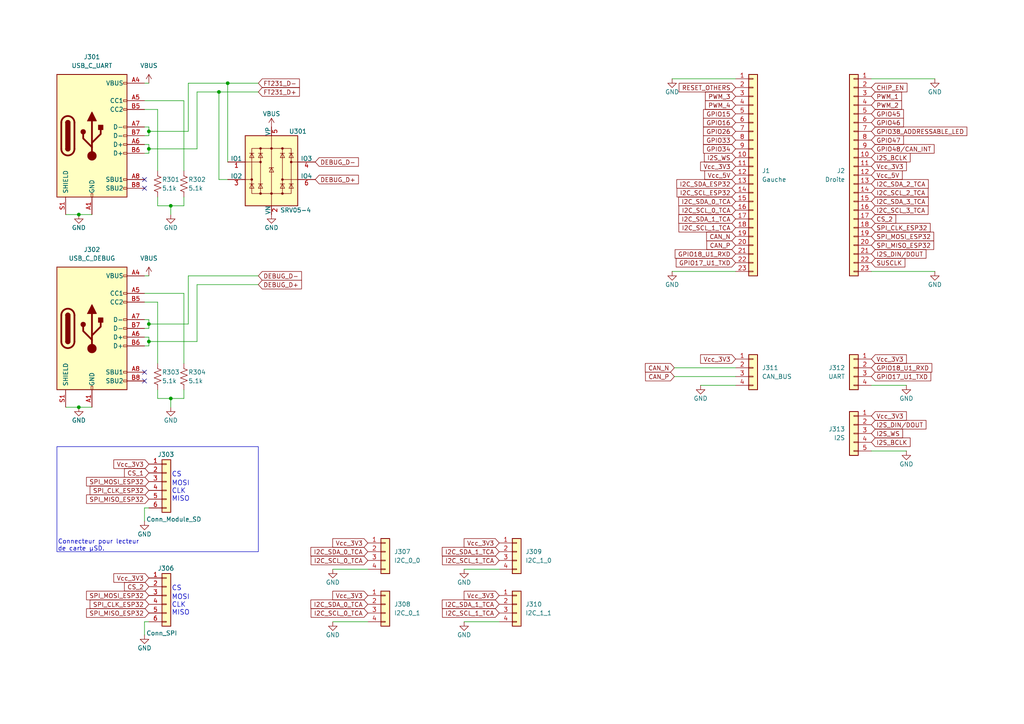
<source format=kicad_sch>
(kicad_sch (version 20231120) (generator "eeschema") (generator_version "8.0")
  (paper "A4")
  (lib_symbols
    (symbol "Connector:USB_C_Receptacle_USB2.0" (pin_names (offset 1.016))
      (property "Reference" "J" (at -10.16 19.05 0))
      (property "Value" "USB_C_Receptacle_USB2.0" (at 19.05 19.05 0))
      (symbol "USB_C_Receptacle_USB2.0_0_0"
        (rectangle (start -0.254 -17.78) (end 0.254 -16.764))
        (rectangle (start 10.16 -14.986) (end 9.144 -15.494))
        (rectangle (start 10.16 -12.446) (end 9.144 -12.954))
        (rectangle (start 10.16 -4.826) (end 9.144 -5.334))
        (rectangle (start 10.16 -2.286) (end 9.144 -2.794))
        (rectangle (start 10.16 0.254) (end 9.144 -0.254))
        (rectangle (start 10.16 2.794) (end 9.144 2.286))
        (rectangle (start 10.16 7.874) (end 9.144 7.366))
        (rectangle (start 10.16 10.414) (end 9.144 9.906))
        (rectangle (start 10.16 15.494) (end 9.144 14.986))
      )
      (symbol "USB_C_Receptacle_USB2.0_0_1"
        (rectangle (start -10.16 17.78) (end 10.16 -17.78) (stroke (width 0.254)) (fill (type background)))
        (arc (start -8.89 -3.81) (mid -6.985 -5.7067) (end -5.08 -3.81) (stroke (width 0.508)))
        (arc (start -7.62 -3.81) (mid -6.985 -4.4423) (end -6.35 -3.81) (stroke (width 0.254)))
        (arc (start -7.62 -3.81) (mid -6.985 -4.4423) (end -6.35 -3.81) (stroke (width 0.254)) (fill (type outline)))
        (rectangle (start -7.62 -3.81) (end -6.35 3.81) (stroke (width 0.254)) (fill (type outline)))
        (arc (start -6.35 3.81) (mid -6.985 4.4423) (end -7.62 3.81) (stroke (width 0.254)))
        (arc (start -6.35 3.81) (mid -6.985 4.4423) (end -7.62 3.81) (stroke (width 0.254)) (fill (type outline)))
        (arc (start -5.08 3.81) (mid -6.985 5.7067) (end -8.89 3.81) (stroke (width 0.508)))
        (circle (center -2.54 1.143) (radius 0.635) (stroke (width 0.254)) (fill (type outline)))
        (circle (center 0 -5.842) (radius 1.27) (fill (type outline)))
        (polyline (pts (xy -8.89 -3.81) (xy -8.89 3.81)) (stroke (width 0.508)))
        (polyline (pts (xy -5.08 3.81) (xy -5.08 -3.81)) (stroke (width 0.508)))
        (polyline (pts (xy 0 -5.842) (xy 0 4.318)) (stroke (width 0.508)))
        (polyline (pts (xy 0 -3.302) (xy -2.54 -0.762) (xy -2.54 0.508)) (stroke (width 0.508)))
        (polyline (pts (xy 0 -2.032) (xy 2.54 0.508) (xy 2.54 1.778)) (stroke (width 0.508)))
        (polyline (pts (xy -1.27 4.318) (xy 0 6.858) (xy 1.27 4.318) (xy -1.27 4.318)) (stroke (width 0.254)) (fill (type outline)))
        (rectangle (start 1.905 1.778) (end 3.175 3.048) (stroke (width 0.254)) (fill (type outline)))
      )
      (symbol "USB_C_Receptacle_USB2.0_1_1"
        (pin passive line (at 0 -22.86 90) (length 5.08) (name "GND") (number "A1"))
        (pin passive line (at 0 -22.86 90) (length 5.08) hide (name "GND") (number "A12"))
        (pin passive line (at 15.24 15.24 180) (length 5.08) (name "VBUS") (number "A4"))
        (pin bidirectional line (at 15.24 10.16 180) (length 5.08) (name "CC1") (number "A5"))
        (pin bidirectional line (at 15.24 -2.54 180) (length 5.08) (name "D+") (number "A6"))
        (pin bidirectional line (at 15.24 2.54 180) (length 5.08) (name "D-") (number "A7"))
        (pin bidirectional line (at 15.24 -12.7 180) (length 5.08) (name "SBU1") (number "A8"))
        (pin passive line (at 15.24 15.24 180) (length 5.08) hide (name "VBUS") (number "A9"))
        (pin passive line (at 0 -22.86 90) (length 5.08) hide (name "GND") (number "B1"))
        (pin passive line (at 0 -22.86 90) (length 5.08) hide (name "GND") (number "B12"))
        (pin passive line (at 15.24 15.24 180) (length 5.08) hide (name "VBUS") (number "B4"))
        (pin bidirectional line (at 15.24 7.62 180) (length 5.08) (name "CC2") (number "B5"))
        (pin bidirectional line (at 15.24 -5.08 180) (length 5.08) (name "D+") (number "B6"))
        (pin bidirectional line (at 15.24 0 180) (length 5.08) (name "D-") (number "B7"))
        (pin bidirectional line (at 15.24 -15.24 180) (length 5.08) (name "SBU2") (number "B8"))
        (pin passive line (at 15.24 15.24 180) (length 5.08) hide (name "VBUS") (number "B9"))
        (pin passive line (at -7.62 -22.86 90) (length 5.08) (name "SHIELD") (number "S1"))
      )
    )
    (symbol "Connector_Generic:Conn_01x04" (pin_names (offset 1.016) hide)
      (property "Reference" "J" (at 0 5.08 0))
      (property "Value" "Conn_01x04" (at 0 -7.62 0))
      (symbol "Conn_01x04_1_1"
        (rectangle (start -1.27 -4.953) (end 0 -5.207) (stroke (width 0.1524)))
        (rectangle (start -1.27 -2.413) (end 0 -2.667) (stroke (width 0.1524)))
        (rectangle (start -1.27 0.127) (end 0 -0.127) (stroke (width 0.1524)))
        (rectangle (start -1.27 2.667) (end 0 2.413) (stroke (width 0.1524)))
        (rectangle (start -1.27 3.81) (end 1.27 -6.35) (stroke (width 0.254)) (fill (type background)))
        (pin passive line (at -5.08 2.54 0) (length 3.81) (name "Pin_1") (number "1"))
        (pin passive line (at -5.08 0 0) (length 3.81) (name "Pin_2") (number "2"))
        (pin passive line (at -5.08 -2.54 0) (length 3.81) (name "Pin_3") (number "3"))
        (pin passive line (at -5.08 -5.08 0) (length 3.81) (name "Pin_4") (number "4"))
      )
    )
    (symbol "Connector_Generic:Conn_01x05" (pin_names (offset 1.016) hide)
      (property "Reference" "J" (at 0 7.62 0))
      (property "Value" "Conn_01x05" (at 0 -7.62 0))
      (symbol "Conn_01x05_1_1"
        (rectangle (start -1.27 -4.953) (end 0 -5.207) (stroke (width 0.1524)))
        (rectangle (start -1.27 -2.413) (end 0 -2.667) (stroke (width 0.1524)))
        (rectangle (start -1.27 0.127) (end 0 -0.127) (stroke (width 0.1524)))
        (rectangle (start -1.27 2.667) (end 0 2.413) (stroke (width 0.1524)))
        (rectangle (start -1.27 5.207) (end 0 4.953) (stroke (width 0.1524)))
        (rectangle (start -1.27 6.35) (end 1.27 -6.35) (stroke (width 0.254)) (fill (type background)))
        (pin passive line (at -5.08 5.08 0) (length 3.81) (name "Pin_1") (number "1"))
        (pin passive line (at -5.08 2.54 0) (length 3.81) (name "Pin_2") (number "2"))
        (pin passive line (at -5.08 0 0) (length 3.81) (name "Pin_3") (number "3"))
        (pin passive line (at -5.08 -2.54 0) (length 3.81) (name "Pin_4") (number "4"))
        (pin passive line (at -5.08 -5.08 0) (length 3.81) (name "Pin_5") (number "5"))
      )
    )
    (symbol "Connector_Generic:Conn_01x06" (pin_names (offset 1.016) hide)
      (property "Reference" "J" (at 0 7.62 0))
      (property "Value" "Conn_01x06" (at 0 -10.16 0))
      (symbol "Conn_01x06_1_1"
        (rectangle (start -1.27 -7.493) (end 0 -7.747) (stroke (width 0.1524)))
        (rectangle (start -1.27 -4.953) (end 0 -5.207) (stroke (width 0.1524)))
        (rectangle (start -1.27 -2.413) (end 0 -2.667) (stroke (width 0.1524)))
        (rectangle (start -1.27 0.127) (end 0 -0.127) (stroke (width 0.1524)))
        (rectangle (start -1.27 2.667) (end 0 2.413) (stroke (width 0.1524)))
        (rectangle (start -1.27 5.207) (end 0 4.953) (stroke (width 0.1524)))
        (rectangle (start -1.27 6.35) (end 1.27 -8.89) (stroke (width 0.254)) (fill (type background)))
        (pin passive line (at -5.08 5.08 0) (length 3.81) (name "Pin_1") (number "1"))
        (pin passive line (at -5.08 2.54 0) (length 3.81) (name "Pin_2") (number "2"))
        (pin passive line (at -5.08 0 0) (length 3.81) (name "Pin_3") (number "3"))
        (pin passive line (at -5.08 -2.54 0) (length 3.81) (name "Pin_4") (number "4"))
        (pin passive line (at -5.08 -5.08 0) (length 3.81) (name "Pin_5") (number "5"))
        (pin passive line (at -5.08 -7.62 0) (length 3.81) (name "Pin_6") (number "6"))
      )
    )
    (symbol "Connector_Generic:Conn_01x23" (pin_names (offset 1.016) hide)
      (property "Reference" "J" (at 0 30.48 0))
      (property "Value" "Conn_01x23" (at 0 -30.48 0))
      (symbol "Conn_01x23_1_1"
        (rectangle (start -1.27 -27.813) (end 0 -28.067) (stroke (width 0.1524)))
        (rectangle (start -1.27 -25.273) (end 0 -25.527) (stroke (width 0.1524)))
        (rectangle (start -1.27 -22.733) (end 0 -22.987) (stroke (width 0.1524)))
        (rectangle (start -1.27 -20.193) (end 0 -20.447) (stroke (width 0.1524)))
        (rectangle (start -1.27 -17.653) (end 0 -17.907) (stroke (width 0.1524)))
        (rectangle (start -1.27 -15.113) (end 0 -15.367) (stroke (width 0.1524)))
        (rectangle (start -1.27 -12.573) (end 0 -12.827) (stroke (width 0.1524)))
        (rectangle (start -1.27 -10.033) (end 0 -10.287) (stroke (width 0.1524)))
        (rectangle (start -1.27 -7.493) (end 0 -7.747) (stroke (width 0.1524)))
        (rectangle (start -1.27 -4.953) (end 0 -5.207) (stroke (width 0.1524)))
        (rectangle (start -1.27 -2.413) (end 0 -2.667) (stroke (width 0.1524)))
        (rectangle (start -1.27 0.127) (end 0 -0.127) (stroke (width 0.1524)))
        (rectangle (start -1.27 2.667) (end 0 2.413) (stroke (width 0.1524)))
        (rectangle (start -1.27 5.207) (end 0 4.953) (stroke (width 0.1524)))
        (rectangle (start -1.27 7.747) (end 0 7.493) (stroke (width 0.1524)))
        (rectangle (start -1.27 10.287) (end 0 10.033) (stroke (width 0.1524)))
        (rectangle (start -1.27 12.827) (end 0 12.573) (stroke (width 0.1524)))
        (rectangle (start -1.27 15.367) (end 0 15.113) (stroke (width 0.1524)))
        (rectangle (start -1.27 17.907) (end 0 17.653) (stroke (width 0.1524)))
        (rectangle (start -1.27 20.447) (end 0 20.193) (stroke (width 0.1524)))
        (rectangle (start -1.27 22.987) (end 0 22.733) (stroke (width 0.1524)))
        (rectangle (start -1.27 25.527) (end 0 25.273) (stroke (width 0.1524)))
        (rectangle (start -1.27 28.067) (end 0 27.813) (stroke (width 0.1524)))
        (rectangle (start -1.27 29.21) (end 1.27 -29.21) (stroke (width 0.254)) (fill (type background)))
        (pin passive line (at -5.08 27.94 0) (length 3.81) (name "Pin_1") (number "1"))
        (pin passive line (at -5.08 5.08 0) (length 3.81) (name "Pin_10") (number "10"))
        (pin passive line (at -5.08 2.54 0) (length 3.81) (name "Pin_11") (number "11"))
        (pin passive line (at -5.08 0 0) (length 3.81) (name "Pin_12") (number "12"))
        (pin passive line (at -5.08 -2.54 0) (length 3.81) (name "Pin_13") (number "13"))
        (pin passive line (at -5.08 -5.08 0) (length 3.81) (name "Pin_14") (number "14"))
        (pin passive line (at -5.08 -7.62 0) (length 3.81) (name "Pin_15") (number "15"))
        (pin passive line (at -5.08 -10.16 0) (length 3.81) (name "Pin_16") (number "16"))
        (pin passive line (at -5.08 -12.7 0) (length 3.81) (name "Pin_17") (number "17"))
        (pin passive line (at -5.08 -15.24 0) (length 3.81) (name "Pin_18") (number "18"))
        (pin passive line (at -5.08 -17.78 0) (length 3.81) (name "Pin_19") (number "19"))
        (pin passive line (at -5.08 25.4 0) (length 3.81) (name "Pin_2") (number "2"))
        (pin passive line (at -5.08 -20.32 0) (length 3.81) (name "Pin_20") (number "20"))
        (pin passive line (at -5.08 -22.86 0) (length 3.81) (name "Pin_21") (number "21"))
        (pin passive line (at -5.08 -25.4 0) (length 3.81) (name "Pin_22") (number "22"))
        (pin passive line (at -5.08 -27.94 0) (length 3.81) (name "Pin_23") (number "23"))
        (pin passive line (at -5.08 22.86 0) (length 3.81) (name "Pin_3") (number "3"))
        (pin passive line (at -5.08 20.32 0) (length 3.81) (name "Pin_4") (number "4"))
        (pin passive line (at -5.08 17.78 0) (length 3.81) (name "Pin_5") (number "5"))
        (pin passive line (at -5.08 15.24 0) (length 3.81) (name "Pin_6") (number "6"))
        (pin passive line (at -5.08 12.7 0) (length 3.81) (name "Pin_7") (number "7"))
        (pin passive line (at -5.08 10.16 0) (length 3.81) (name "Pin_8") (number "8"))
        (pin passive line (at -5.08 7.62 0) (length 3.81) (name "Pin_9") (number "9"))
      )
    )
    (symbol "Device:R_US" (pin_numbers hide) (pin_names (offset 0))
      (property "Reference" "R" (at 2.54 0 90))
      (property "Value" "R_US" (at -2.54 0 90))
      (symbol "R_US_0_1"
        (polyline (pts (xy 0 -2.286) (xy 0 -2.54)))
        (polyline (pts (xy 0 2.286) (xy 0 2.54)))
        (polyline (pts (xy 0 -0.762) (xy 1.016 -1.143) (xy 0 -1.524) (xy -1.016 -1.905) (xy 0 -2.286)))
        (polyline (pts (xy 0 0.762) (xy 1.016 0.381) (xy 0 0) (xy -1.016 -0.381) (xy 0 -0.762)))
        (polyline (pts (xy 0 2.286) (xy 1.016 1.905) (xy 0 1.524) (xy -1.016 1.143) (xy 0 0.762)))
      )
      (symbol "R_US_1_1"
        (pin passive line (at 0 3.81 270) (length 1.27) (name "~") (number "1"))
        (pin passive line (at 0 -3.81 90) (length 1.27) (name "~") (number "2"))
      )
    )
    (symbol "GND_1" (power) (pin_numbers hide) (pin_names (offset 0) hide)
      (property "Value" "GND" (at 0 -3.81 0))
      (symbol "GND_1_0_1"
        (polyline (pts (xy 0 0) (xy 0 -1.27) (xy 1.27 -1.27) (xy 0 -2.54) (xy -1.27 -1.27) (xy 0 -1.27)))
      )
      (symbol "GND_1_1_1"
        (pin power_in line (at 0 0 270) (length 0) (name "~") (number "1"))
      )
    )
    (symbol "Power_Protection:SRV05-4" (pin_names (offset 0))
      (property "Reference" "U" (at -5.08 11.43 0))
      (property "Value" "SRV05-4" (at 2.54 11.43 0))
      (symbol "SRV05-4_0_0"
        (rectangle (start -5.715 6.477) (end 5.715 -6.604))
        (polyline (pts (xy -3.175 -6.604) (xy -3.175 6.477)))
        (polyline (pts (xy 3.175 6.477) (xy 3.175 -6.604)))
      )
      (symbol "SRV05-4_0_1"
        (rectangle (start -7.62 10.16) (end 7.62 -10.16) (stroke (width 0.254)) (fill (type background)))
        (circle (center -5.715 -2.54) (radius 0.2794) (fill (type outline)))
        (circle (center -3.175 -6.604) (radius 0.2794) (fill (type outline)))
        (circle (center -3.175 2.54) (radius 0.2794) (fill (type outline)))
        (circle (center -3.175 6.477) (radius 0.2794) (fill (type outline)))
        (circle (center 0 -6.604) (radius 0.2794) (fill (type outline)))
        (polyline (pts (xy -7.747 2.54) (xy -3.175 2.54)))
        (polyline (pts (xy -7.62 -2.54) (xy -5.715 -2.54)))
        (polyline (pts (xy -5.08 -3.81) (xy -6.35 -3.81)))
        (polyline (pts (xy -5.08 5.08) (xy -6.35 5.08)))
        (polyline (pts (xy -2.54 -3.81) (xy -3.81 -3.81)))
        (polyline (pts (xy -2.54 5.08) (xy -3.81 5.08)))
        (polyline (pts (xy 0 10.16) (xy 0 -10.16)))
        (polyline (pts (xy 3.81 -3.81) (xy 2.54 -3.81)))
        (polyline (pts (xy 3.81 5.08) (xy 2.54 5.08)))
        (polyline (pts (xy 6.35 -3.81) (xy 5.08 -3.81)))
        (polyline (pts (xy 6.35 5.08) (xy 5.08 5.08)))
        (polyline (pts (xy 7.62 -2.54) (xy 3.175 -2.54)))
        (polyline (pts (xy 7.62 2.54) (xy 5.715 2.54)))
        (polyline (pts (xy 0.635 0.889) (xy -0.635 0.889) (xy -0.635 0.635)))
        (polyline (pts (xy -5.08 -5.08) (xy -6.35 -5.08) (xy -5.715 -3.81) (xy -5.08 -5.08)))
        (polyline (pts (xy -5.08 3.81) (xy -6.35 3.81) (xy -5.715 5.08) (xy -5.08 3.81)))
        (polyline (pts (xy -2.54 -5.08) (xy -3.81 -5.08) (xy -3.175 -3.81) (xy -2.54 -5.08)))
        (polyline (pts (xy -2.54 3.81) (xy -3.81 3.81) (xy -3.175 5.08) (xy -2.54 3.81)))
        (polyline (pts (xy 0.635 -0.381) (xy -0.635 -0.381) (xy 0 0.889) (xy 0.635 -0.381)))
        (polyline (pts (xy 3.81 -5.08) (xy 2.54 -5.08) (xy 3.175 -3.81) (xy 3.81 -5.08)))
        (polyline (pts (xy 3.81 3.81) (xy 2.54 3.81) (xy 3.175 5.08) (xy 3.81 3.81)))
        (polyline (pts (xy 6.35 -5.08) (xy 5.08 -5.08) (xy 5.715 -3.81) (xy 6.35 -5.08)))
        (polyline (pts (xy 6.35 3.81) (xy 5.08 3.81) (xy 5.715 5.08) (xy 6.35 3.81)))
        (circle (center 0 6.477) (radius 0.2794) (fill (type outline)))
        (circle (center 3.175 -6.604) (radius 0.2794) (fill (type outline)))
        (circle (center 3.175 -2.54) (radius 0.2794) (fill (type outline)))
        (circle (center 3.175 6.477) (radius 0.2794) (fill (type outline)))
        (circle (center 5.715 2.54) (radius 0.2794) (fill (type outline)))
      )
      (symbol "SRV05-4_1_1"
        (pin passive line (at -12.7 2.54 0) (length 5.08) (name "IO1") (number "1"))
        (pin passive line (at 0 -12.7 90) (length 2.54) (name "VN") (number "2"))
        (pin passive line (at -12.7 -2.54 0) (length 5.08) (name "IO2") (number "3"))
        (pin passive line (at 12.7 2.54 180) (length 5.08) (name "IO3") (number "4"))
        (pin passive line (at 0 12.7 270) (length 2.54) (name "VP") (number "5"))
        (pin passive line (at 12.7 -2.54 180) (length 5.08) (name "IO4") (number "6"))
      )
    )
    (symbol "power:GND" (power) (pin_names (offset 0))
      (property "Value" "GND" (at 0 -3.81 0))
      (symbol "GND_0_1"
        (polyline (pts (xy 0 0) (xy 0 -1.27) (xy 1.27 -1.27) (xy 0 -2.54) (xy -1.27 -1.27) (xy 0 -1.27)))
      )
      (symbol "GND_1_1"
        (pin power_in line (at 0 0 270) (length 0) hide (name "GND") (number "1"))
      )
    )
    (symbol "power:VBUS" (power) (pin_names (offset 0))
      (property "Value" "VBUS" (at 0 3.81 0))
      (symbol "VBUS_0_1"
        (polyline (pts (xy -0.762 1.27) (xy 0 2.54)))
        (polyline (pts (xy 0 0) (xy 0 2.54)))
        (polyline (pts (xy 0 2.54) (xy 0.762 1.27)))
      )
      (symbol "VBUS_1_1"
        (pin power_in line (at 0 0 90) (length 0) hide (name "VBUS") (number "1"))
      )
    )
  )
  (junction (at 43.18 38.1))
  (junction (at 49.53 59.69))
  (junction (at 43.18 43.18))
  (junction (at 43.18 93.98))
  (junction (at 22.86 118.11))
  (junction (at 66.04 24.13))
  (junction (at 49.53 115.57))
  (junction (at 22.86 62.23))
  (junction (at 43.18 99.06))
  (junction (at 63.5 26.67))
  (no_connect (at 41.91 52.07))
  (no_connect (at 41.91 54.61))
  (no_connect (at 41.91 107.95))
  (no_connect (at 41.91 110.49))
  (wire (pts (xy 41.91 85.09) (xy 53.34 85.09)))
  (wire (pts (xy 134.62 180.34) (xy 144.78 180.34)))
  (wire (pts (xy 41.91 97.79) (xy 43.18 97.79)))
  (wire (pts (xy 203.2 111.76) (xy 213.36 111.76)))
  (wire (pts (xy 54.61 24.13) (xy 66.04 24.13)))
  (wire (pts (xy 41.91 100.33) (xy 43.18 100.33)))
  (wire (pts (xy 252.73 78.74) (xy 271.145 78.74)))
  (wire (pts (xy 43.18 93.98) (xy 54.61 93.98)))
  (wire (pts (xy 41.91 31.75) (xy 45.72 31.75)))
  (wire (pts (xy 41.91 87.63) (xy 45.72 87.63)))
  (wire (pts (xy 53.34 115.57) (xy 49.53 115.57)))
  (wire (pts (xy 194.945 78.74) (xy 213.36 78.74)))
  (wire (pts (xy 66.04 24.13) (xy 74.93 24.13)))
  (wire (pts (xy 57.15 43.18) (xy 57.15 26.67)))
  (wire (pts (xy 43.18 99.06) (xy 43.18 100.33)))
  (wire (pts (xy 43.18 93.98) (xy 43.18 95.25)))
  (wire (pts (xy 43.18 38.1) (xy 43.18 39.37)))
  (wire (pts (xy 45.72 59.69) (xy 49.53 59.69)))
  (wire (pts (xy 53.34 57.15) (xy 53.34 59.69)))
  (wire (pts (xy 66.04 52.07) (xy 63.5 52.07)))
  (wire (pts (xy 53.34 59.69) (xy 49.53 59.69)))
  (wire (pts (xy 43.18 180.34) (xy 41.91 180.34)))
  (wire (pts (xy 41.91 95.25) (xy 43.18 95.25)))
  (wire (pts (xy 262.89 130.81) (xy 252.73 130.81)))
  (wire (pts (xy 45.72 87.63) (xy 45.72 105.41)))
  (wire (pts (xy 45.72 113.03) (xy 45.72 115.57)))
  (wire (pts (xy 54.61 93.98) (xy 54.61 80.01)))
  (wire (pts (xy 195.58 109.22) (xy 213.36 109.22)))
  (wire (pts (xy 262.89 111.76) (xy 252.73 111.76)))
  (wire (pts (xy 43.18 43.18) (xy 57.15 43.18)))
  (wire (pts (xy 22.86 62.23) (xy 26.67 62.23)))
  (wire (pts (xy 22.86 62.23) (xy 19.05 62.23)))
  (wire (pts (xy 43.18 97.79) (xy 43.18 99.06)))
  (wire (pts (xy 22.86 118.11) (xy 19.05 118.11)))
  (wire (pts (xy 53.34 29.21) (xy 53.34 49.53)))
  (wire (pts (xy 49.53 115.57) (xy 49.53 118.11)))
  (wire (pts (xy 41.91 80.01) (xy 43.18 80.01)))
  (wire (pts (xy 54.61 80.01) (xy 74.93 80.01)))
  (wire (pts (xy 43.18 36.83) (xy 43.18 38.1)))
  (wire (pts (xy 41.91 44.45) (xy 43.18 44.45)))
  (wire (pts (xy 213.36 22.86) (xy 194.945 22.86)))
  (wire (pts (xy 43.18 41.91) (xy 43.18 43.18)))
  (wire (pts (xy 41.91 29.21) (xy 53.34 29.21)))
  (wire (pts (xy 96.52 180.34) (xy 106.68 180.34)))
  (wire (pts (xy 43.18 99.06) (xy 57.15 99.06)))
  (wire (pts (xy 41.91 92.71) (xy 43.18 92.71)))
  (wire (pts (xy 57.15 26.67) (xy 63.5 26.67)))
  (wire (pts (xy 43.18 147.32) (xy 41.91 147.32)))
  (wire (pts (xy 57.15 99.06) (xy 57.15 82.55)))
  (wire (pts (xy 96.52 165.1) (xy 106.68 165.1)))
  (wire (pts (xy 54.61 38.1) (xy 54.61 24.13)))
  (wire (pts (xy 45.72 115.57) (xy 49.53 115.57)))
  (wire (pts (xy 22.86 118.11) (xy 26.67 118.11)))
  (wire (pts (xy 45.72 31.75) (xy 45.72 49.53)))
  (wire (pts (xy 41.91 180.34) (xy 41.91 184.15)))
  (wire (pts (xy 195.58 106.68) (xy 213.36 106.68)))
  (wire (pts (xy 45.72 57.15) (xy 45.72 59.69)))
  (wire (pts (xy 41.91 24.13) (xy 43.18 24.13)))
  (wire (pts (xy 43.18 43.18) (xy 43.18 44.45)))
  (wire (pts (xy 41.91 39.37) (xy 43.18 39.37)))
  (wire (pts (xy 41.91 41.91) (xy 43.18 41.91)))
  (wire (pts (xy 63.5 26.67) (xy 74.93 26.67)))
  (wire (pts (xy 252.73 22.86) (xy 271.145 22.86)))
  (wire (pts (xy 66.04 46.99) (xy 66.04 24.13)))
  (wire (pts (xy 41.91 36.83) (xy 43.18 36.83)))
  (wire (pts (xy 134.62 165.1) (xy 144.78 165.1)))
  (wire (pts (xy 41.91 147.32) (xy 41.91 151.13)))
  (wire (pts (xy 57.15 82.55) (xy 74.93 82.55)))
  (wire (pts (xy 43.18 38.1) (xy 54.61 38.1)))
  (wire (pts (xy 63.5 52.07) (xy 63.5 26.67)))
  (wire (pts (xy 53.34 85.09) (xy 53.34 105.41)))
  (wire (pts (xy 53.34 113.03) (xy 53.34 115.57)))
  (wire (pts (xy 49.53 59.69) (xy 49.53 62.23)))
  (wire (pts (xy 43.18 92.71) (xy 43.18 93.98)))
  (rectangle (start 16.51 129.54) (end 74.93 160.02))
  (text "CS" (at 49.784 137.668 0) (effects (font (size 1.4 1.4)) (justify left)))
  (text "CS" (at 49.784 170.688 0) (effects (font (size 1.4 1.4)) (justify left)))
  (text "Connecteur pour lecteur\nde carte µSD." (at 16.764 158.242 0) (effects (font (size 1.27 1.27)) (justify left)))
  (text "MOSI\nCLK\nMISO" (at 49.784 142.494 0) (effects (font (size 1.4 1.4)) (justify left)))
  (text "MOSI\nCLK\nMISO" (at 49.784 175.514 0) (effects (font (size 1.4 1.4)) (justify left)))
  (global_label "I2C_SCL_3_TCA" (shape input) (at 252.73 60.96 0) (property "Intersheetrefs" "${INTERSHEET_REFS}" (effects (hide yes))))
  (global_label "CAN_N" (shape input) (at 213.36 68.58 180) (property "Intersheetrefs" "${INTERSHEET_REFS}" (effects (hide yes))))
  (global_label "I2S_WS" (shape input) (at 252.73 125.73 0) (property "Intersheetrefs" "${INTERSHEET_REFS}" (effects (hide yes))))
  (global_label "I2C_SCL_0_TCA" (shape input) (at 106.68 177.8 180) (property "Intersheetrefs" "${INTERSHEET_REFS}" (effects (hide yes))))
  (global_label "Vcc_3V3" (shape input) (at 144.78 172.72 180) (property "Intersheetrefs" "${INTERSHEET_REFS}" (effects (hide yes))))
  (global_label "PWM_2" (shape input) (at 252.73 30.48 0) (property "Intersheetrefs" "${INTERSHEET_REFS}" (effects (hide yes))))
  (global_label "GPIO38_ADDRESSABLE_LED" (shape input) (at 252.73 38.1 0) (property "Intersheetrefs" "${INTERSHEET_REFS}" (effects (hide yes))))
  (global_label "I2S_BCLK" (shape input) (at 252.73 128.27 0) (property "Intersheetrefs" "${INTERSHEET_REFS}" (effects (hide yes))))
  (global_label "Vcc_3V3" (shape input) (at 43.18 167.64 180) (property "Intersheetrefs" "${INTERSHEET_REFS}" (effects (hide yes))))
  (global_label "I2S_DIN{slash}DOUT" (shape input) (at 252.73 73.66 0) (property "Intersheetrefs" "${INTERSHEET_REFS}" (effects (hide yes))))
  (global_label "Vcc_3V3" (shape input) (at 106.68 157.48 180) (property "Intersheetrefs" "${INTERSHEET_REFS}" (effects (hide yes))))
  (global_label "Vcc_5V" (shape input) (at 252.73 50.8 0) (property "Intersheetrefs" "${INTERSHEET_REFS}" (effects (hide yes))))
  (global_label "I2C_SDA_1_TCA" (shape input) (at 213.36 63.5 180) (property "Intersheetrefs" "${INTERSHEET_REFS}" (effects (hide yes))))
  (global_label "GPIO47" (shape input) (at 252.73 40.64 0) (property "Intersheetrefs" "${INTERSHEET_REFS}" (effects (hide yes))))
  (global_label "PWM_1" (shape input) (at 252.73 27.94 0) (property "Intersheetrefs" "${INTERSHEET_REFS}" (effects (hide yes))))
  (global_label "Vcc_3V3" (shape input) (at 106.68 172.72 180) (property "Intersheetrefs" "${INTERSHEET_REFS}" (effects (hide yes))))
  (global_label "I2C_SDA_0_TCA" (shape input) (at 213.36 58.42 180) (property "Intersheetrefs" "${INTERSHEET_REFS}" (effects (hide yes))))
  (global_label "Vcc_3V3" (shape input) (at 252.73 104.14 0) (property "Intersheetrefs" "${INTERSHEET_REFS}" (effects (hide yes))))
  (global_label "CS_2" (shape input) (at 252.73 63.5 0) (property "Intersheetrefs" "${INTERSHEET_REFS}" (effects (hide yes))))
  (global_label "SPI_MISO_ESP32" (shape input) (at 43.18 144.78 180) (property "Intersheetrefs" "${INTERSHEET_REFS}" (effects (hide yes))))
  (global_label "I2C_SCL_ESP32" (shape input) (at 213.36 55.88 180) (property "Intersheetrefs" "${INTERSHEET_REFS}" (effects (hide yes))))
  (global_label "Vcc_3V3" (shape input) (at 144.78 157.48 180) (property "Intersheetrefs" "${INTERSHEET_REFS}" (effects (hide yes))))
  (global_label "FT231_D+" (shape input) (at 74.93 26.67 0) (property "Intersheetrefs" "${INTERSHEET_REFS}" (effects (hide yes))))
  (global_label "I2C_SDA_0_TCA" (shape input) (at 106.68 175.26 180) (property "Intersheetrefs" "${INTERSHEET_REFS}" (effects (hide yes))))
  (global_label "SPI_CLK_ESP32" (shape input) (at 252.73 66.04 0) (property "Intersheetrefs" "${INTERSHEET_REFS}" (effects (hide yes))))
  (global_label "CS_1" (shape input) (at 43.18 137.16 180) (property "Intersheetrefs" "${INTERSHEET_REFS}" (effects (hide yes))))
  (global_label "I2C_SDA_ESP32" (shape input) (at 213.36 53.34 180) (property "Intersheetrefs" "${INTERSHEET_REFS}" (effects (hide yes))))
  (global_label "DEBUG_D-" (shape input) (at 91.44 46.99 0) (property "Intersheetrefs" "${INTERSHEET_REFS}" (effects (hide yes))))
  (global_label "I2C_SDA_2_TCA" (shape input) (at 252.73 53.34 0) (property "Intersheetrefs" "${INTERSHEET_REFS}" (effects (hide yes))))
  (global_label "I2C_SDA_1_TCA" (shape input) (at 144.78 175.26 180) (property "Intersheetrefs" "${INTERSHEET_REFS}" (effects (hide yes))))
  (global_label "FT231_D-" (shape input) (at 74.93 24.13 0) (property "Intersheetrefs" "${INTERSHEET_REFS}" (effects (hide yes))))
  (global_label "GPIO46" (shape input) (at 252.73 35.56 0) (property "Intersheetrefs" "${INTERSHEET_REFS}" (effects (hide yes))))
  (global_label "SPI_MOSI_ESP32" (shape input) (at 43.18 139.7 180) (property "Intersheetrefs" "${INTERSHEET_REFS}" (effects (hide yes))))
  (global_label "I2C_SDA_0_TCA" (shape input) (at 106.68 160.02 180) (property "Intersheetrefs" "${INTERSHEET_REFS}" (effects (hide yes))))
  (global_label "I2C_SCL_1_TCA" (shape input) (at 144.78 162.56 180) (property "Intersheetrefs" "${INTERSHEET_REFS}" (effects (hide yes))))
  (global_label "SUSCLK" (shape input) (at 252.73 76.2 0) (property "Intersheetrefs" "${INTERSHEET_REFS}" (effects (hide yes))))
  (global_label "SPI_CLK_ESP32" (shape input) (at 43.18 142.24 180) (property "Intersheetrefs" "${INTERSHEET_REFS}" (effects (hide yes))))
  (global_label "CAN_P" (shape input) (at 195.58 109.22 180) (property "Intersheetrefs" "${INTERSHEET_REFS}" (effects (hide yes))))
  (global_label "SPI_MOSI_ESP32" (shape input) (at 252.73 68.58 0) (property "Intersheetrefs" "${INTERSHEET_REFS}" (effects (hide yes))))
  (global_label "GPIO34" (shape input) (at 213.36 43.18 180) (property "Intersheetrefs" "${INTERSHEET_REFS}" (effects (hide yes))))
  (global_label "GPIO18_U1_RXD" (shape input) (at 252.73 106.68 0) (property "Intersheetrefs" "${INTERSHEET_REFS}" (effects (hide yes))))
  (global_label "I2C_SCL_0_TCA" (shape input) (at 213.36 60.96 180) (property "Intersheetrefs" "${INTERSHEET_REFS}" (effects (hide yes))))
  (global_label "GPIO48{slash}CAN_INT" (shape input) (at 252.73 43.18 0) (property "Intersheetrefs" "${INTERSHEET_REFS}" (effects (hide yes))))
  (global_label "I2C_SCL_1_TCA" (shape input) (at 213.36 66.04 180) (property "Intersheetrefs" "${INTERSHEET_REFS}" (effects (hide yes))))
  (global_label "Vcc_3V3" (shape input) (at 252.73 48.26 0) (property "Intersheetrefs" "${INTERSHEET_REFS}" (effects (hide yes))))
  (global_label "SPI_MISO_ESP32" (shape input) (at 43.18 177.8 180) (property "Intersheetrefs" "${INTERSHEET_REFS}" (effects (hide yes))))
  (global_label "CHIP_EN" (shape input) (at 252.73 25.4 0) (property "Intersheetrefs" "${INTERSHEET_REFS}" (effects (hide yes))))
  (global_label "GPIO26" (shape input) (at 213.36 38.1 180) (property "Intersheetrefs" "${INTERSHEET_REFS}" (effects (hide yes))))
  (global_label "DEBUG_D-" (shape input) (at 74.93 80.01 0) (property "Intersheetrefs" "${INTERSHEET_REFS}" (effects (hide yes))))
  (global_label "I2C_SCL_2_TCA" (shape input) (at 252.73 55.88 0) (property "Intersheetrefs" "${INTERSHEET_REFS}" (effects (hide yes))))
  (global_label "SPI_MOSI_ESP32" (shape input) (at 43.18 172.72 180) (property "Intersheetrefs" "${INTERSHEET_REFS}" (effects (hide yes))))
  (global_label "I2S_DIN{slash}DOUT" (shape input) (at 252.73 123.19 0) (property "Intersheetrefs" "${INTERSHEET_REFS}" (effects (hide yes))))
  (global_label "GPIO33" (shape input) (at 213.36 40.64 180) (property "Intersheetrefs" "${INTERSHEET_REFS}" (effects (hide yes))))
  (global_label "GPIO17_U1_TXD" (shape input) (at 213.36 76.2 180) (property "Intersheetrefs" "${INTERSHEET_REFS}" (effects (hide yes))))
  (global_label "Vcc_3V3" (shape input) (at 252.73 120.65 0) (property "Intersheetrefs" "${INTERSHEET_REFS}" (effects (hide yes))))
  (global_label "GPIO18_U1_RXD" (shape input) (at 213.36 73.66 180) (property "Intersheetrefs" "${INTERSHEET_REFS}" (effects (hide yes))))
  (global_label "SPI_MISO_ESP32" (shape input) (at 252.73 71.12 0) (property "Intersheetrefs" "${INTERSHEET_REFS}" (effects (hide yes))))
  (global_label "DEBUG_D+" (shape input) (at 91.44 52.07 0) (property "Intersheetrefs" "${INTERSHEET_REFS}" (effects (hide yes))))
  (global_label "SPI_CLK_ESP32" (shape input) (at 43.18 175.26 180) (property "Intersheetrefs" "${INTERSHEET_REFS}" (effects (hide yes))))
  (global_label "I2S_WS" (shape input) (at 213.36 45.72 180) (property "Intersheetrefs" "${INTERSHEET_REFS}" (effects (hide yes))))
  (global_label "Vcc_3V3" (shape input) (at 43.18 134.62 180) (property "Intersheetrefs" "${INTERSHEET_REFS}" (effects (hide yes))))
  (global_label "RESET_OTHERS" (shape input) (at 213.36 25.4 180) (property "Intersheetrefs" "${INTERSHEET_REFS}" (effects (hide yes))))
  (global_label "Vcc_3V3" (shape input) (at 213.36 48.26 180) (property "Intersheetrefs" "${INTERSHEET_REFS}" (effects (hide yes))))
  (global_label "GPIO15" (shape input) (at 213.36 33.02 180) (property "Intersheetrefs" "${INTERSHEET_REFS}" (effects (hide yes))))
  (global_label "I2S_BCLK" (shape input) (at 252.73 45.72 0) (property "Intersheetrefs" "${INTERSHEET_REFS}" (effects (hide yes))))
  (global_label "CAN_N" (shape input) (at 195.58 106.68 180) (property "Intersheetrefs" "${INTERSHEET_REFS}" (effects (hide yes))))
  (global_label "I2C_SCL_0_TCA" (shape input) (at 106.68 162.56 180) (property "Intersheetrefs" "${INTERSHEET_REFS}" (effects (hide yes))))
  (global_label "GPIO17_U1_TXD" (shape input) (at 252.73 109.22 0) (property "Intersheetrefs" "${INTERSHEET_REFS}" (effects (hide yes))))
  (global_label "DEBUG_D+" (shape input) (at 74.93 82.55 0) (property "Intersheetrefs" "${INTERSHEET_REFS}" (effects (hide yes))))
  (global_label "Vcc_5V" (shape input) (at 213.36 50.8 180) (property "Intersheetrefs" "${INTERSHEET_REFS}" (effects (hide yes))))
  (global_label "CS_2" (shape input) (at 43.18 170.18 180) (property "Intersheetrefs" "${INTERSHEET_REFS}" (effects (hide yes))))
  (global_label "GPIO16" (shape input) (at 213.36 35.56 180) (property "Intersheetrefs" "${INTERSHEET_REFS}" (effects (hide yes))))
  (global_label "Vcc_3V3" (shape input) (at 213.36 104.14 180) (property "Intersheetrefs" "${INTERSHEET_REFS}" (effects (hide yes))))
  (global_label "CAN_P" (shape input) (at 213.36 71.12 180) (property "Intersheetrefs" "${INTERSHEET_REFS}" (effects (hide yes))))
  (global_label "I2C_SDA_3_TCA" (shape input) (at 252.73 58.42 0) (property "Intersheetrefs" "${INTERSHEET_REFS}" (effects (hide yes))))
  (global_label "PWM_3" (shape input) (at 213.36 27.94 180) (property "Intersheetrefs" "${INTERSHEET_REFS}" (effects (hide yes))))
  (global_label "I2C_SCL_1_TCA" (shape input) (at 144.78 177.8 180) (property "Intersheetrefs" "${INTERSHEET_REFS}" (effects (hide yes))))
  (global_label "I2C_SDA_1_TCA" (shape input) (at 144.78 160.02 180) (property "Intersheetrefs" "${INTERSHEET_REFS}" (effects (hide yes))))
  (global_label "GPIO45" (shape input) (at 252.73 33.02 0) (property "Intersheetrefs" "${INTERSHEET_REFS}" (effects (hide yes))))
  (global_label "PWM_4" (shape input) (at 213.36 30.48 180) (property "Intersheetrefs" "${INTERSHEET_REFS}" (effects (hide yes))))
  (symbol (lib_id "Connector_Generic:Conn_01x04") (at 247.65 106.68 0) (mirror y) (unit 1)
    (property "Reference" "J312" (at 245.11 106.6799 0) (effects (justify left)))
    (property "Value" "UART" (at 245.11 109.2199 0) (effects (justify left)))
    (property "Footprint" "Connector_PinHeader_2.54mm:PinHeader_1x04_P2.54mm_Vertical" (effects (hide yes)))
    (property "Description" "Generic connector, single row, 01x04, script generated (kicad-library-utils/schlib/autogen/connector/)" (effects (hide yes)))
  )
  (symbol (lib_id "Device:R_US") (at 45.72 53.34 0) (unit 1)
    (property "Reference" "R301" (at 46.99 52.07 0) (effects (justify left)))
    (property "Value" "5.1k" (at 46.99 54.61 0) (effects (justify left)))
    (property "Footprint" "Resistor_SMD:R_0805_2012Metric_Pad1.20x1.40mm_HandSolder" (effects (hide yes)))
  )
  (symbol (lib_id "Connector_Generic:Conn_01x05") (at 247.65 125.73 0) (mirror y) (unit 1)
    (property "Reference" "J313" (at 245.11 124.4599 0) (effects (justify left)))
    (property "Value" "I2S" (at 245.11 126.9999 0) (effects (justify left)))
    (property "Footprint" "Connector_PinHeader_2.54mm:PinHeader_1x05_P2.54mm_Vertical" (effects (hide yes)))
    (property "Description" "Generic connector, single row, 01x05, script generated (kicad-library-utils/schlib/autogen/connector/)" (effects (hide yes)))
  )
  (symbol (lib_id "power:GND") (at 22.86 118.11 0) (unit 1)
    (property "Reference" "#PWR0306" (effects (hide yes)))
    (property "Value" "GND" (at 22.86 121.92 0))
  )
  (symbol (lib_name "GND_1") (lib_id "power:GND") (at 96.52 165.1 0) (unit 1)
    (property "Reference" "#PWR0320" (effects (hide yes)))
    (property "Value" "GND" (at 96.52 168.91 0))
    (property "Description" "Power symbol creates a global label with name \"GND\" , ground" (effects (hide yes)))
  )
  (symbol (lib_id "Connector_Generic:Conn_01x23") (at 218.44 50.8 0) (unit 1)
    (property "Reference" "J1" (at 220.98 49.5299 0) (effects (justify left)))
    (property "Value" "Gauche" (at 220.98 52.0699 0) (effects (justify left)))
    (property "Footprint" "Connector_PinHeader_2.54mm:PinHeader_1x23_P2.54mm_Vertical_SMD_Pin1Left" (effects (hide yes)))
    (property "Description" "Generic connector, single row, 01x23, script generated (kicad-library-utils/schlib/autogen/connector/)" (effects (hide yes)))
  )
  (symbol (lib_id "Power_Protection:SRV05-4") (at 78.74 49.53 0) (unit 1)
    (property "Reference" "U301" (at 83.82 38.1 0) (effects (justify left)))
    (property "Value" "SRV05-4" (at 81.28 60.96 0) (effects (justify left)))
    (property "Footprint" "Package_TO_SOT_SMD:SOT-23-6" (effects (hide yes)))
    (property "Datasheet" "http://www.onsemi.com/pub/Collateral/SRV05-4-D.PDF" (effects (hide yes)))
  )
  (symbol (lib_id "Connector_Generic:Conn_01x04") (at 149.86 160.02 0) (unit 1)
    (property "Reference" "J309" (at 152.4 160.0199 0) (effects (justify left)))
    (property "Value" "I2C_1_0" (at 152.4 162.5599 0) (effects (justify left)))
    (property "Footprint" "Connector_PinHeader_2.54mm:PinHeader_1x04_P2.54mm_Vertical" (effects (hide yes)))
    (property "Description" "Generic connector, single row, 01x04, script generated (kicad-library-utils/schlib/autogen/connector/)" (effects (hide yes)))
  )
  (symbol (lib_name "GND_1") (lib_id "power:GND") (at 271.145 22.86 0) (unit 1)
    (property "Reference" "#PWR0315" (effects (hide yes)))
    (property "Value" "GND" (at 271.145 26.67 0))
    (property "Description" "Power symbol creates a global label with name \"GND\" , ground" (effects (hide yes)))
  )
  (symbol (lib_name "GND_1") (lib_id "power:GND") (at 262.89 130.81 0) (mirror y) (unit 1)
    (property "Reference" "#PWR0325" (effects (hide yes)))
    (property "Value" "GND" (at 262.89 134.62 0))
    (property "Description" "Power symbol creates a global label with name \"GND\" , ground" (effects (hide yes)))
  )
  (symbol (lib_name "GND_1") (lib_id "power:GND") (at 134.62 165.1 0) (unit 1)
    (property "Reference" "#PWR0321" (effects (hide yes)))
    (property "Value" "GND" (at 134.62 168.91 0))
    (property "Description" "Power symbol creates a global label with name \"GND\" , ground" (effects (hide yes)))
  )
  (symbol (lib_id "power:GND") (at 49.53 62.23 0) (unit 1)
    (property "Reference" "#PWR0303" (effects (hide yes)))
    (property "Value" "GND" (at 49.53 66.04 0))
  )
  (symbol (lib_name "GND_1") (lib_id "power:GND") (at 194.945 78.74 0) (unit 1)
    (property "Reference" "#PWR0313" (effects (hide yes)))
    (property "Value" "GND" (at 194.945 82.55 0))
    (property "Description" "Power symbol creates a global label with name \"GND\" , ground" (effects (hide yes)))
  )
  (symbol (lib_id "Device:R_US") (at 45.72 109.22 0) (unit 1)
    (property "Reference" "R303" (at 46.99 107.95 0) (effects (justify left)))
    (property "Value" "5.1k" (at 46.99 110.49 0) (effects (justify left)))
    (property "Footprint" "Resistor_SMD:R_0805_2012Metric_Pad1.20x1.40mm_HandSolder" (effects (hide yes)))
  )
  (symbol (lib_id "Connector_Generic:Conn_01x06") (at 48.26 139.7 0) (unit 1)
    (property "Reference" "J303" (at 45.72 131.826 0) (effects (justify left)))
    (property "Value" "Conn_Module_SD" (at 42.418 150.622 0) (effects (justify left)))
    (property "Footprint" "Connector_PinSocket_2.54mm:PinSocket_1x06_P2.54mm_Vertical" (effects (hide yes)))
    (property "Description" "Generic connector, single row, 01x06, script generated (kicad-library-utils/schlib/autogen/connector/)" (effects (hide yes)))
  )
  (symbol (lib_id "Device:R_US") (at 53.34 53.34 0) (unit 1)
    (property "Reference" "R302" (at 54.61 52.07 0) (effects (justify left)))
    (property "Value" "5.1k" (at 54.61 54.61 0) (effects (justify left)))
    (property "Footprint" "Resistor_SMD:R_0805_2012Metric_Pad1.20x1.40mm_HandSolder" (effects (hide yes)))
  )
  (symbol (lib_id "power:GND") (at 78.74 62.23 0) (unit 1)
    (property "Reference" "#PWR0305" (effects (hide yes)))
    (property "Value" "GND" (at 78.74 66.04 0))
  )
  (symbol (lib_id "Connector:USB_C_Receptacle_USB2.0") (at 26.67 39.37 0) (unit 1)
    (property "Reference" "J301" (at 26.67 16.51 0))
    (property "Value" "USB_C_UART" (at 26.67 19.05 0))
    (property "Footprint" "Connector_USB:USB_C_Receptacle_G-Switch_GT-USB-7010ASV" (effects (hide yes)))
    (property "Datasheet" "https://www.usb.org/sites/default/files/documents/usb_type-c.zip" (effects (hide yes)))
  )
  (symbol (lib_id "power:VBUS") (at 43.18 24.13 0) (unit 1)
    (property "Reference" "#PWR0302" (effects (hide yes)))
    (property "Value" "VBUS" (at 43.18 19.05 0))
  )
  (symbol (lib_name "GND_1") (lib_id "power:GND") (at 262.89 111.76 0) (mirror y) (unit 1)
    (property "Reference" "#PWR0324" (effects (hide yes)))
    (property "Value" "GND" (at 262.89 115.57 0))
    (property "Description" "Power symbol creates a global label with name \"GND\" , ground" (effects (hide yes)))
  )
  (symbol (lib_id "power:GND") (at 41.91 151.13 0) (unit 1)
    (property "Reference" "#PWR0311" (effects (hide yes)))
    (property "Value" "GND" (at 41.91 154.94 0))
  )
  (symbol (lib_name "GND_1") (lib_id "power:GND") (at 194.945 22.86 0) (mirror y) (unit 1)
    (property "Reference" "#PWR0316" (effects (hide yes)))
    (property "Value" "GND" (at 194.945 26.67 0))
    (property "Description" "Power symbol creates a global label with name \"GND\" , ground" (effects (hide yes)))
  )
  (symbol (lib_name "GND_1") (lib_id "power:GND") (at 203.2 111.76 0) (unit 1)
    (property "Reference" "#PWR0323" (effects (hide yes)))
    (property "Value" "GND" (at 203.2 115.57 0))
    (property "Description" "Power symbol creates a global label with name \"GND\" , ground" (effects (hide yes)))
  )
  (symbol (lib_id "power:VBUS") (at 43.18 80.01 0) (unit 1)
    (property "Reference" "#PWR0307" (effects (hide yes)))
    (property "Value" "VBUS" (at 43.18 74.93 0))
  )
  (symbol (lib_name "GND_1") (lib_id "power:GND") (at 134.62 180.34 0) (unit 1)
    (property "Reference" "#PWR0322" (effects (hide yes)))
    (property "Value" "GND" (at 134.62 184.15 0))
    (property "Description" "Power symbol creates a global label with name \"GND\" , ground" (effects (hide yes)))
  )
  (symbol (lib_id "Connector:USB_C_Receptacle_USB2.0") (at 26.67 95.25 0) (unit 1)
    (property "Reference" "J302" (at 26.67 72.39 0))
    (property "Value" "USB_C_DEBUG" (at 26.67 74.93 0))
    (property "Footprint" "Connector_USB:USB_C_Receptacle_G-Switch_GT-USB-7010ASV" (effects (hide yes)))
    (property "Datasheet" "https://www.usb.org/sites/default/files/documents/usb_type-c.zip" (effects (hide yes)))
  )
  (symbol (lib_id "Connector_Generic:Conn_01x04") (at 111.76 175.26 0) (unit 1)
    (property "Reference" "J308" (at 114.3 175.2599 0) (effects (justify left)))
    (property "Value" "I2C_0_1" (at 114.3 177.7999 0) (effects (justify left)))
    (property "Footprint" "Connector_PinHeader_2.54mm:PinHeader_1x04_P2.54mm_Vertical" (effects (hide yes)))
    (property "Description" "Generic connector, single row, 01x04, script generated (kicad-library-utils/schlib/autogen/connector/)" (effects (hide yes)))
  )
  (symbol (lib_id "power:VBUS") (at 78.74 36.83 0) (unit 1)
    (property "Reference" "#PWR0304" (effects (hide yes)))
    (property "Value" "VBUS" (at 78.74 33.02 0))
  )
  (symbol (lib_id "power:GND") (at 41.91 184.15 0) (unit 1)
    (property "Reference" "#PWR0317" (effects (hide yes)))
    (property "Value" "GND" (at 41.91 187.96 0))
  )
  (symbol (lib_id "Connector_Generic:Conn_01x23") (at 247.65 50.8 0) (mirror y) (unit 1)
    (property "Reference" "J2" (at 245.11 49.5299 0) (effects (justify left)))
    (property "Value" "Droite" (at 245.11 52.0699 0) (effects (justify left)))
    (property "Footprint" "Connector_PinHeader_2.54mm:PinHeader_1x23_P2.54mm_Vertical_SMD_Pin1Left" (effects (hide yes)))
    (property "Description" "Generic connector, single row, 01x23, script generated (kicad-library-utils/schlib/autogen/connector/)" (effects (hide yes)))
  )
  (symbol (lib_name "GND_1") (lib_id "power:GND") (at 271.145 78.74 0) (unit 1)
    (property "Reference" "#PWR0314" (effects (hide yes)))
    (property "Value" "GND" (at 271.145 82.55 0))
    (property "Description" "Power symbol creates a global label with name \"GND\" , ground" (effects (hide yes)))
  )
  (symbol (lib_id "power:GND") (at 22.86 62.23 0) (unit 1)
    (property "Reference" "#PWR0301" (effects (hide yes)))
    (property "Value" "GND" (at 22.86 66.04 0))
  )
  (symbol (lib_id "Connector_Generic:Conn_01x04") (at 218.44 106.68 0) (unit 1)
    (property "Reference" "J311" (at 220.98 106.6799 0) (effects (justify left)))
    (property "Value" "CAN_BUS" (at 220.98 109.2199 0) (effects (justify left)))
    (property "Footprint" "Connector_PinHeader_2.54mm:PinHeader_1x04_P2.54mm_Vertical" (effects (hide yes)))
    (property "Description" "Generic connector, single row, 01x04, script generated (kicad-library-utils/schlib/autogen/connector/)" (effects (hide yes)))
  )
  (symbol (lib_id "Connector_Generic:Conn_01x06") (at 48.26 172.72 0) (unit 1)
    (property "Reference" "J306" (at 45.72 164.846 0) (effects (justify left)))
    (property "Value" "Conn_SPI" (at 42.418 183.642 0) (effects (justify left)))
    (property "Footprint" "Connector_PinSocket_2.54mm:PinSocket_1x06_P2.54mm_Vertical" (effects (hide yes)))
    (property "Description" "Generic connector, single row, 01x06, script generated (kicad-library-utils/schlib/autogen/connector/)" (effects (hide yes)))
  )
  (symbol (lib_id "power:GND") (at 49.53 118.11 0) (unit 1)
    (property "Reference" "#PWR0308" (effects (hide yes)))
    (property "Value" "GND" (at 49.53 121.92 0))
  )
  (symbol (lib_name "GND_1") (lib_id "power:GND") (at 96.52 180.34 0) (unit 1)
    (property "Reference" "#PWR0319" (effects (hide yes)))
    (property "Value" "GND" (at 96.52 184.15 0))
    (property "Description" "Power symbol creates a global label with name \"GND\" , ground" (effects (hide yes)))
  )
  (symbol (lib_id "Connector_Generic:Conn_01x04") (at 111.76 160.02 0) (unit 1)
    (property "Reference" "J307" (at 114.3 160.0199 0) (effects (justify left)))
    (property "Value" "I2C_0_0" (at 114.3 162.5599 0) (effects (justify left)))
    (property "Footprint" "Connector_PinHeader_2.54mm:PinHeader_1x04_P2.54mm_Vertical" (effects (hide yes)))
    (property "Description" "Generic connector, single row, 01x04, script generated (kicad-library-utils/schlib/autogen/connector/)" (effects (hide yes)))
  )
  (symbol (lib_id "Device:R_US") (at 53.34 109.22 0) (unit 1)
    (property "Reference" "R304" (at 54.61 107.95 0) (effects (justify left)))
    (property "Value" "5.1k" (at 54.61 110.49 0) (effects (justify left)))
    (property "Footprint" "Resistor_SMD:R_0805_2012Metric_Pad1.20x1.40mm_HandSolder" (effects (hide yes)))
  )
  (symbol (lib_id "Connector_Generic:Conn_01x04") (at 149.86 175.26 0) (unit 1)
    (property "Reference" "J310" (at 152.4 175.2599 0) (effects (justify left)))
    (property "Value" "I2C_1_1" (at 152.4 177.7999 0) (effects (justify left)))
    (property "Footprint" "Connector_PinHeader_2.54mm:PinHeader_1x04_P2.54mm_Vertical" (effects (hide yes)))
    (property "Description" "Generic connector, single row, 01x04, script generated (kicad-library-utils/schlib/autogen/connector/)" (effects (hide yes)))
  )
)
</source>
